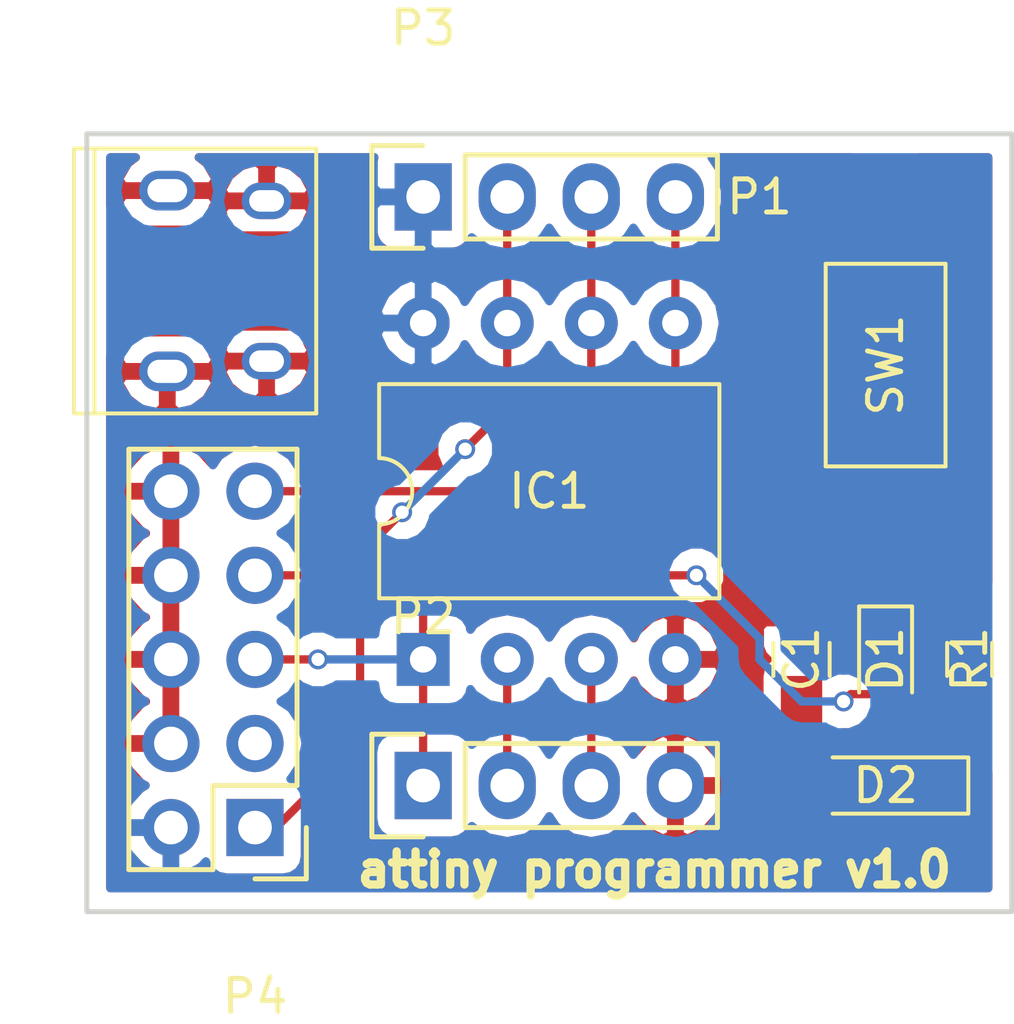
<source format=kicad_pcb>
(kicad_pcb (version 4) (host pcbnew 4.0.5+dfsg1-4)

  (general
    (links 33)
    (no_connects 5)
    (area 133.274999 135.179999 161.365001 158.825001)
    (thickness 1.6)
    (drawings 5)
    (tracks 47)
    (zones 0)
    (modules 10)
    (nets 15)
  )

  (page A4)
  (layers
    (0 F.Cu signal)
    (31 B.Cu signal)
    (32 B.Adhes user)
    (33 F.Adhes user)
    (34 B.Paste user)
    (35 F.Paste user)
    (36 B.SilkS user)
    (37 F.SilkS user)
    (38 B.Mask user)
    (39 F.Mask user)
    (40 Dwgs.User user)
    (41 Cmts.User user)
    (42 Eco1.User user)
    (43 Eco2.User user)
    (44 Edge.Cuts user)
    (45 Margin user)
    (46 B.CrtYd user)
    (47 F.CrtYd user)
    (48 B.Fab user)
    (49 F.Fab user)
  )

  (setup
    (last_trace_width 0.25)
    (trace_clearance 0.2)
    (zone_clearance 0.508)
    (zone_45_only no)
    (trace_min 0.2)
    (segment_width 0.2)
    (edge_width 0.15)
    (via_size 0.6)
    (via_drill 0.4)
    (via_min_size 0.4)
    (via_min_drill 0.3)
    (uvia_size 0.3)
    (uvia_drill 0.1)
    (uvias_allowed no)
    (uvia_min_size 0.2)
    (uvia_min_drill 0.1)
    (pcb_text_width 0.3)
    (pcb_text_size 1.5 1.5)
    (mod_edge_width 0.15)
    (mod_text_size 1 1)
    (mod_text_width 0.15)
    (pad_size 1.524 1.524)
    (pad_drill 0.762)
    (pad_to_mask_clearance 0.2)
    (aux_axis_origin 0 0)
    (visible_elements FFFFFF7F)
    (pcbplotparams
      (layerselection 0x00030_80000001)
      (usegerberextensions false)
      (excludeedgelayer true)
      (linewidth 0.100000)
      (plotframeref false)
      (viasonmask false)
      (mode 1)
      (useauxorigin false)
      (hpglpennumber 1)
      (hpglpenspeed 20)
      (hpglpendiameter 15)
      (hpglpenoverlay 2)
      (psnegative false)
      (psa4output false)
      (plotreference true)
      (plotvalue true)
      (plotinvisibletext false)
      (padsonsilk false)
      (subtractmaskfromsilk false)
      (outputformat 1)
      (mirror false)
      (drillshape 1)
      (scaleselection 1)
      (outputdirectory ""))
  )

  (net 0 "")
  (net 1 +5V)
  (net 2 GND)
  (net 3 "Net-(D1-Pad1)")
  (net 4 /PB5)
  (net 5 "Net-(D2-Pad1)")
  (net 6 /PB0)
  (net 7 /PB3)
  (net 8 /PB1)
  (net 9 /PB4)
  (net 10 /PB2)
  (net 11 "Net-(P1-Pad2)")
  (net 12 "Net-(P1-Pad3)")
  (net 13 "Net-(P1-Pad4)")
  (net 14 "Net-(P4-Pad3)")

  (net_class Default "This is the default net class."
    (clearance 0.2)
    (trace_width 0.25)
    (via_dia 0.6)
    (via_drill 0.4)
    (uvia_dia 0.3)
    (uvia_drill 0.1)
    (add_net +5V)
    (add_net /PB0)
    (add_net /PB1)
    (add_net /PB2)
    (add_net /PB3)
    (add_net /PB4)
    (add_net /PB5)
    (add_net GND)
    (add_net "Net-(D1-Pad1)")
    (add_net "Net-(D2-Pad1)")
    (add_net "Net-(P1-Pad2)")
    (add_net "Net-(P1-Pad3)")
    (add_net "Net-(P1-Pad4)")
    (add_net "Net-(P4-Pad3)")
  )

  (module Capacitors_SMD:C_0805_HandSoldering (layer F.Cu) (tedit 5A612036) (tstamp 5A6113FD)
    (at 154.94 151.13 90)
    (descr "Capacitor SMD 0805, hand soldering")
    (tags "capacitor 0805")
    (path /5A5E4C32)
    (attr smd)
    (fp_text reference C1 (at 0 0 90) (layer F.SilkS)
      (effects (font (size 1 1) (thickness 0.15)))
    )
    (fp_text value 22p (at 0 1.75 90) (layer F.Fab)
      (effects (font (size 1 1) (thickness 0.15)))
    )
    (fp_text user %R (at 0 -1.75 90) (layer F.Fab)
      (effects (font (size 1 1) (thickness 0.15)))
    )
    (fp_line (start -1 0.62) (end -1 -0.62) (layer F.Fab) (width 0.1))
    (fp_line (start 1 0.62) (end -1 0.62) (layer F.Fab) (width 0.1))
    (fp_line (start 1 -0.62) (end 1 0.62) (layer F.Fab) (width 0.1))
    (fp_line (start -1 -0.62) (end 1 -0.62) (layer F.Fab) (width 0.1))
    (fp_line (start 0.5 -0.85) (end -0.5 -0.85) (layer F.SilkS) (width 0.12))
    (fp_line (start -0.5 0.85) (end 0.5 0.85) (layer F.SilkS) (width 0.12))
    (fp_line (start -2.25 -0.88) (end 2.25 -0.88) (layer F.CrtYd) (width 0.05))
    (fp_line (start -2.25 -0.88) (end -2.25 0.87) (layer F.CrtYd) (width 0.05))
    (fp_line (start 2.25 0.87) (end 2.25 -0.88) (layer F.CrtYd) (width 0.05))
    (fp_line (start 2.25 0.87) (end -2.25 0.87) (layer F.CrtYd) (width 0.05))
    (pad 1 smd rect (at -1.25 0 90) (size 1.5 1.25) (layers F.Cu F.Paste F.Mask)
      (net 1 +5V))
    (pad 2 smd rect (at 1.25 0 90) (size 1.5 1.25) (layers F.Cu F.Paste F.Mask)
      (net 2 GND))
    (model Capacitors_SMD.3dshapes/C_0805.wrl
      (at (xyz 0 0 0))
      (scale (xyz 1 1 1))
      (rotate (xyz 0 0 0))
    )
  )

  (module Diodes_SMD:D_0805 (layer F.Cu) (tedit 5A6120EC) (tstamp 5A611403)
    (at 157.48 151.13 270)
    (descr "Diode SMD in 0805 package http://datasheets.avx.com/schottky.pdf")
    (tags "smd diode")
    (path /5A5ED42B)
    (attr smd)
    (fp_text reference D1 (at 0 0 270) (layer F.SilkS)
      (effects (font (size 1 1) (thickness 0.15)))
    )
    (fp_text value D (at 0 1.7 270) (layer F.Fab)
      (effects (font (size 1 1) (thickness 0.15)))
    )
    (fp_text user "" (at 0 0 270) (layer F.Fab)
      (effects (font (size 1 1) (thickness 0.15)))
    )
    (fp_line (start -1.6 -0.8) (end -1.6 0.8) (layer F.SilkS) (width 0.12))
    (fp_line (start -1.7 0.88) (end -1.7 -0.88) (layer F.CrtYd) (width 0.05))
    (fp_line (start 1.7 0.88) (end -1.7 0.88) (layer F.CrtYd) (width 0.05))
    (fp_line (start 1.7 -0.88) (end 1.7 0.88) (layer F.CrtYd) (width 0.05))
    (fp_line (start -1.7 -0.88) (end 1.7 -0.88) (layer F.CrtYd) (width 0.05))
    (fp_line (start 0.2 0) (end 0.4 0) (layer F.Fab) (width 0.1))
    (fp_line (start -0.1 0) (end -0.3 0) (layer F.Fab) (width 0.1))
    (fp_line (start -0.1 -0.2) (end -0.1 0.2) (layer F.Fab) (width 0.1))
    (fp_line (start 0.2 0.2) (end 0.2 -0.2) (layer F.Fab) (width 0.1))
    (fp_line (start -0.1 0) (end 0.2 0.2) (layer F.Fab) (width 0.1))
    (fp_line (start 0.2 -0.2) (end -0.1 0) (layer F.Fab) (width 0.1))
    (fp_line (start -1 0.65) (end -1 -0.65) (layer F.Fab) (width 0.1))
    (fp_line (start 1 0.65) (end -1 0.65) (layer F.Fab) (width 0.1))
    (fp_line (start 1 -0.65) (end 1 0.65) (layer F.Fab) (width 0.1))
    (fp_line (start -1 -0.65) (end 1 -0.65) (layer F.Fab) (width 0.1))
    (fp_line (start -1.6 0.8) (end 1 0.8) (layer F.SilkS) (width 0.12))
    (fp_line (start -1.6 -0.8) (end 1 -0.8) (layer F.SilkS) (width 0.12))
    (pad 1 smd rect (at -1.05 0 270) (size 0.8 0.9) (layers F.Cu F.Paste F.Mask)
      (net 3 "Net-(D1-Pad1)"))
    (pad 2 smd rect (at 1.05 0 270) (size 0.8 0.9) (layers F.Cu F.Paste F.Mask)
      (net 4 /PB5))
    (model ${KISYS3DMOD}/Diodes_SMD.3dshapes/D_0805.wrl
      (at (xyz 0 0 0))
      (scale (xyz 1 1 1))
      (rotate (xyz 0 0 0))
    )
  )

  (module LEDs:LED_1206 (layer F.Cu) (tedit 5A61207A) (tstamp 5A611409)
    (at 157.48 154.94 180)
    (descr "LED 1206 smd package")
    (tags "LED led 1206 SMD smd SMT smt smdled SMDLED smtled SMTLED")
    (path /5A5ECBC0)
    (attr smd)
    (fp_text reference D2 (at 0 0 180) (layer F.SilkS)
      (effects (font (size 1 1) (thickness 0.15)))
    )
    (fp_text value LED (at 0 1.7 180) (layer F.Fab)
      (effects (font (size 1 1) (thickness 0.15)))
    )
    (fp_line (start -2.5 -0.85) (end -2.5 0.85) (layer F.SilkS) (width 0.12))
    (fp_line (start -0.45 -0.4) (end -0.45 0.4) (layer F.Fab) (width 0.1))
    (fp_line (start -0.4 0) (end 0.2 -0.4) (layer F.Fab) (width 0.1))
    (fp_line (start 0.2 0.4) (end -0.4 0) (layer F.Fab) (width 0.1))
    (fp_line (start 0.2 -0.4) (end 0.2 0.4) (layer F.Fab) (width 0.1))
    (fp_line (start 1.6 0.8) (end -1.6 0.8) (layer F.Fab) (width 0.1))
    (fp_line (start 1.6 -0.8) (end 1.6 0.8) (layer F.Fab) (width 0.1))
    (fp_line (start -1.6 -0.8) (end 1.6 -0.8) (layer F.Fab) (width 0.1))
    (fp_line (start -1.6 0.8) (end -1.6 -0.8) (layer F.Fab) (width 0.1))
    (fp_line (start -2.45 0.85) (end 1.6 0.85) (layer F.SilkS) (width 0.12))
    (fp_line (start -2.45 -0.85) (end 1.6 -0.85) (layer F.SilkS) (width 0.12))
    (fp_line (start 2.65 -1) (end 2.65 1) (layer F.CrtYd) (width 0.05))
    (fp_line (start 2.65 1) (end -2.65 1) (layer F.CrtYd) (width 0.05))
    (fp_line (start -2.65 1) (end -2.65 -1) (layer F.CrtYd) (width 0.05))
    (fp_line (start -2.65 -1) (end 2.65 -1) (layer F.CrtYd) (width 0.05))
    (pad 2 smd rect (at 1.65 0) (size 1.5 1.5) (layers F.Cu F.Paste F.Mask)
      (net 1 +5V))
    (pad 1 smd rect (at -1.65 0) (size 1.5 1.5) (layers F.Cu F.Paste F.Mask)
      (net 5 "Net-(D2-Pad1)"))
    (model ${KISYS3DMOD}/LEDs.3dshapes/LED_1206.wrl
      (at (xyz 0 0 0))
      (scale (xyz 1 1 1))
      (rotate (xyz 0 0 180))
    )
  )

  (module Housings_DIP:DIP-8_W10.16mm (layer F.Cu) (tedit 5A612144) (tstamp 5A611415)
    (at 143.51 151.13 90)
    (descr "8-lead though-hole mounted DIP package, row spacing 10.16 mm (400 mils)")
    (tags "THT DIP DIL PDIP 2.54mm 10.16mm 400mil")
    (path /5A5E2586)
    (fp_text reference IC1 (at 5.08 3.81 180) (layer F.SilkS)
      (effects (font (size 1 1) (thickness 0.15)))
    )
    (fp_text value ATTINY85-P (at 5.08 9.95 90) (layer F.Fab)
      (effects (font (size 1 1) (thickness 0.15)))
    )
    (fp_arc (start 5.08 -1.33) (end 4.08 -1.33) (angle -180) (layer F.SilkS) (width 0.12))
    (fp_line (start 2.905 -1.27) (end 8.255 -1.27) (layer F.Fab) (width 0.1))
    (fp_line (start 8.255 -1.27) (end 8.255 8.89) (layer F.Fab) (width 0.1))
    (fp_line (start 8.255 8.89) (end 1.905 8.89) (layer F.Fab) (width 0.1))
    (fp_line (start 1.905 8.89) (end 1.905 -0.27) (layer F.Fab) (width 0.1))
    (fp_line (start 1.905 -0.27) (end 2.905 -1.27) (layer F.Fab) (width 0.1))
    (fp_line (start 4.08 -1.33) (end 1.845 -1.33) (layer F.SilkS) (width 0.12))
    (fp_line (start 1.845 -1.33) (end 1.845 8.95) (layer F.SilkS) (width 0.12))
    (fp_line (start 1.845 8.95) (end 8.315 8.95) (layer F.SilkS) (width 0.12))
    (fp_line (start 8.315 8.95) (end 8.315 -1.33) (layer F.SilkS) (width 0.12))
    (fp_line (start 8.315 -1.33) (end 6.08 -1.33) (layer F.SilkS) (width 0.12))
    (fp_line (start -1.05 -1.55) (end -1.05 9.15) (layer F.CrtYd) (width 0.05))
    (fp_line (start -1.05 9.15) (end 11.25 9.15) (layer F.CrtYd) (width 0.05))
    (fp_line (start 11.25 9.15) (end 11.25 -1.55) (layer F.CrtYd) (width 0.05))
    (fp_line (start 11.25 -1.55) (end -1.05 -1.55) (layer F.CrtYd) (width 0.05))
    (fp_text user "" (at 5.08 3.81 90) (layer F.Fab)
      (effects (font (size 1 1) (thickness 0.15)))
    )
    (pad 1 thru_hole rect (at 0 0 90) (size 1.6 1.6) (drill 0.8) (layers *.Cu *.Mask)
      (net 4 /PB5))
    (pad 5 thru_hole oval (at 10.16 7.62 90) (size 1.6 1.6) (drill 0.8) (layers *.Cu *.Mask)
      (net 6 /PB0))
    (pad 2 thru_hole oval (at 0 2.54 90) (size 1.6 1.6) (drill 0.8) (layers *.Cu *.Mask)
      (net 7 /PB3))
    (pad 6 thru_hole oval (at 10.16 5.08 90) (size 1.6 1.6) (drill 0.8) (layers *.Cu *.Mask)
      (net 8 /PB1))
    (pad 3 thru_hole oval (at 0 5.08 90) (size 1.6 1.6) (drill 0.8) (layers *.Cu *.Mask)
      (net 9 /PB4))
    (pad 7 thru_hole oval (at 10.16 2.54 90) (size 1.6 1.6) (drill 0.8) (layers *.Cu *.Mask)
      (net 10 /PB2))
    (pad 4 thru_hole oval (at 0 7.62 90) (size 1.6 1.6) (drill 0.8) (layers *.Cu *.Mask)
      (net 2 GND))
    (pad 8 thru_hole oval (at 10.16 0 90) (size 1.6 1.6) (drill 0.8) (layers *.Cu *.Mask)
      (net 1 +5V))
    (model ${KISYS3DMOD}/Housings_DIP.3dshapes/DIP-8_W10.16mm.wrl
      (at (xyz 0 0 0))
      (scale (xyz 1 1 1))
      (rotate (xyz 0 0 0))
    )
  )

  (module Connectors:USB_Micro-B_10103594-0001LF (layer F.Cu) (tedit 5A61212E) (tstamp 5A611424)
    (at 137.16 139.7 270)
    (descr "Micro USB Type B 10103594-0001LF")
    (tags "USB USB_B USB_micro USB_OTG")
    (path /5A5E2F8E)
    (attr smd)
    (fp_text reference P1 (at -2.54 -16.51 360) (layer F.SilkS)
      (effects (font (size 1 1) (thickness 0.15)))
    )
    (fp_text value "" (at 0 6.17 270) (layer F.Fab)
      (effects (font (size 1 1) (thickness 0.15)))
    )
    (fp_line (start -4.25 -3.4) (end 4.25 -3.4) (layer F.CrtYd) (width 0.05))
    (fp_line (start 4.25 -3.4) (end 4.25 4.45) (layer F.CrtYd) (width 0.05))
    (fp_line (start 4.25 4.45) (end -4.25 4.45) (layer F.CrtYd) (width 0.05))
    (fp_line (start -4.25 4.45) (end -4.25 -3.4) (layer F.CrtYd) (width 0.05))
    (fp_line (start -4 4.2) (end 4 4.2) (layer F.SilkS) (width 0.12))
    (fp_line (start -4 -3.12) (end 4 -3.12) (layer F.SilkS) (width 0.12))
    (fp_line (start 4 -3.12) (end 4 4.2) (layer F.SilkS) (width 0.12))
    (fp_line (start 4 3.58) (end -4 3.58) (layer F.SilkS) (width 0.12))
    (fp_line (start -4 4.2) (end -4 -3.12) (layer F.SilkS) (width 0.12))
    (pad 1 smd rect (at -1.3 -1.5) (size 1.65 0.4) (layers F.Cu F.Paste F.Mask)
      (net 1 +5V))
    (pad 2 smd rect (at -0.65 -1.5) (size 1.65 0.4) (layers F.Cu F.Paste F.Mask)
      (net 11 "Net-(P1-Pad2)"))
    (pad 3 smd rect (at 0 -1.5) (size 1.65 0.4) (layers F.Cu F.Paste F.Mask)
      (net 12 "Net-(P1-Pad3)"))
    (pad 4 smd rect (at 0.65 -1.5) (size 1.65 0.4) (layers F.Cu F.Paste F.Mask)
      (net 13 "Net-(P1-Pad4)"))
    (pad 5 smd rect (at 1.3 -1.5) (size 1.65 0.4) (layers F.Cu F.Paste F.Mask)
      (net 2 GND))
    (pad 6 thru_hole oval (at -2.42 -1.62) (size 1.5 1.1) (drill oval 1.05 0.65) (layers *.Cu *.Mask)
      (net 2 GND))
    (pad 6 thru_hole oval (at 2.42 -1.62) (size 1.5 1.1) (drill oval 1.05 0.65) (layers *.Cu *.Mask)
      (net 2 GND))
    (pad 6 thru_hole oval (at -2.73 1.38) (size 1.7 1.2) (drill oval 1.2 0.7) (layers *.Cu *.Mask)
      (net 2 GND))
    (pad 6 thru_hole oval (at 2.73 1.38) (size 1.7 1.2) (drill oval 1.2 0.7) (layers *.Cu *.Mask)
      (net 2 GND))
    (pad 6 smd rect (at -0.96 1.62) (size 2.5 1.43) (layers F.Cu F.Paste F.Mask)
      (net 2 GND))
    (pad 6 smd rect (at 0.96 1.62) (size 2.5 1.43) (layers F.Cu F.Paste F.Mask)
      (net 2 GND))
  )

  (module Socket_Strips:Socket_Strip_Straight_1x04 (layer F.Cu) (tedit 5A6117F2) (tstamp 5A61142C)
    (at 143.51 154.94)
    (descr "Through hole socket strip")
    (tags "socket strip")
    (path /5A5E265D)
    (fp_text reference P2 (at 0 -5.1) (layer F.SilkS)
      (effects (font (size 1 1) (thickness 0.15)))
    )
    (fp_text value "" (at 0 -3.1) (layer F.Fab)
      (effects (font (size 1 1) (thickness 0.15)))
    )
    (fp_line (start -1.75 -1.75) (end -1.75 1.75) (layer F.CrtYd) (width 0.05))
    (fp_line (start 9.4 -1.75) (end 9.4 1.75) (layer F.CrtYd) (width 0.05))
    (fp_line (start -1.75 -1.75) (end 9.4 -1.75) (layer F.CrtYd) (width 0.05))
    (fp_line (start -1.75 1.75) (end 9.4 1.75) (layer F.CrtYd) (width 0.05))
    (fp_line (start 1.27 -1.27) (end 8.89 -1.27) (layer F.SilkS) (width 0.15))
    (fp_line (start 1.27 1.27) (end 8.89 1.27) (layer F.SilkS) (width 0.15))
    (fp_line (start -1.55 1.55) (end 0 1.55) (layer F.SilkS) (width 0.15))
    (fp_line (start 8.89 -1.27) (end 8.89 1.27) (layer F.SilkS) (width 0.15))
    (fp_line (start 1.27 1.27) (end 1.27 -1.27) (layer F.SilkS) (width 0.15))
    (fp_line (start 0 -1.55) (end -1.55 -1.55) (layer F.SilkS) (width 0.15))
    (fp_line (start -1.55 -1.55) (end -1.55 1.55) (layer F.SilkS) (width 0.15))
    (pad 1 thru_hole rect (at 0 0) (size 1.7272 2.032) (drill 1.016) (layers *.Cu *.Mask)
      (net 4 /PB5))
    (pad 2 thru_hole oval (at 2.54 0) (size 1.7272 2.032) (drill 1.016) (layers *.Cu *.Mask)
      (net 7 /PB3))
    (pad 3 thru_hole oval (at 5.08 0) (size 1.7272 2.032) (drill 1.016) (layers *.Cu *.Mask)
      (net 9 /PB4))
    (pad 4 thru_hole oval (at 7.62 0) (size 1.7272 2.032) (drill 1.016) (layers *.Cu *.Mask)
      (net 2 GND))
    (model Socket_Strips.3dshapes/Socket_Strip_Straight_1x04.wrl
      (at (xyz 0.15 0 0))
      (scale (xyz 1 1 1))
      (rotate (xyz 0 0 180))
    )
  )

  (module Socket_Strips:Socket_Strip_Straight_1x04 (layer F.Cu) (tedit 5A6117FB) (tstamp 5A611434)
    (at 143.51 137.16)
    (descr "Through hole socket strip")
    (tags "socket strip")
    (path /5A5E26D0)
    (fp_text reference P3 (at 0 -5.1) (layer F.SilkS)
      (effects (font (size 1 1) (thickness 0.15)))
    )
    (fp_text value "" (at 0 -3.1) (layer F.Fab)
      (effects (font (size 1 1) (thickness 0.15)))
    )
    (fp_line (start -1.75 -1.75) (end -1.75 1.75) (layer F.CrtYd) (width 0.05))
    (fp_line (start 9.4 -1.75) (end 9.4 1.75) (layer F.CrtYd) (width 0.05))
    (fp_line (start -1.75 -1.75) (end 9.4 -1.75) (layer F.CrtYd) (width 0.05))
    (fp_line (start -1.75 1.75) (end 9.4 1.75) (layer F.CrtYd) (width 0.05))
    (fp_line (start 1.27 -1.27) (end 8.89 -1.27) (layer F.SilkS) (width 0.15))
    (fp_line (start 1.27 1.27) (end 8.89 1.27) (layer F.SilkS) (width 0.15))
    (fp_line (start -1.55 1.55) (end 0 1.55) (layer F.SilkS) (width 0.15))
    (fp_line (start 8.89 -1.27) (end 8.89 1.27) (layer F.SilkS) (width 0.15))
    (fp_line (start 1.27 1.27) (end 1.27 -1.27) (layer F.SilkS) (width 0.15))
    (fp_line (start 0 -1.55) (end -1.55 -1.55) (layer F.SilkS) (width 0.15))
    (fp_line (start -1.55 -1.55) (end -1.55 1.55) (layer F.SilkS) (width 0.15))
    (pad 1 thru_hole rect (at 0 0) (size 1.7272 2.032) (drill 1.016) (layers *.Cu *.Mask)
      (net 1 +5V))
    (pad 2 thru_hole oval (at 2.54 0) (size 1.7272 2.032) (drill 1.016) (layers *.Cu *.Mask)
      (net 10 /PB2))
    (pad 3 thru_hole oval (at 5.08 0) (size 1.7272 2.032) (drill 1.016) (layers *.Cu *.Mask)
      (net 8 /PB1))
    (pad 4 thru_hole oval (at 7.62 0) (size 1.7272 2.032) (drill 1.016) (layers *.Cu *.Mask)
      (net 6 /PB0))
    (model Socket_Strips.3dshapes/Socket_Strip_Straight_1x04.wrl
      (at (xyz 0.15 0 0))
      (scale (xyz 1 1 1))
      (rotate (xyz 0 0 180))
    )
  )

  (module Pin_Headers:Pin_Header_Straight_2x05 (layer F.Cu) (tedit 0) (tstamp 5A611442)
    (at 138.43 156.21 180)
    (descr "Through hole pin header")
    (tags "pin header")
    (path /5A5E2E02)
    (fp_text reference P4 (at 0 -5.1 180) (layer F.SilkS)
      (effects (font (size 1 1) (thickness 0.15)))
    )
    (fp_text value USBasp (at 0 -3.1 180) (layer F.Fab)
      (effects (font (size 1 1) (thickness 0.15)))
    )
    (fp_line (start -1.75 -1.75) (end -1.75 11.95) (layer F.CrtYd) (width 0.05))
    (fp_line (start 4.3 -1.75) (end 4.3 11.95) (layer F.CrtYd) (width 0.05))
    (fp_line (start -1.75 -1.75) (end 4.3 -1.75) (layer F.CrtYd) (width 0.05))
    (fp_line (start -1.75 11.95) (end 4.3 11.95) (layer F.CrtYd) (width 0.05))
    (fp_line (start 3.81 -1.27) (end 3.81 11.43) (layer F.SilkS) (width 0.15))
    (fp_line (start 3.81 11.43) (end -1.27 11.43) (layer F.SilkS) (width 0.15))
    (fp_line (start -1.27 11.43) (end -1.27 1.27) (layer F.SilkS) (width 0.15))
    (fp_line (start 3.81 -1.27) (end 1.27 -1.27) (layer F.SilkS) (width 0.15))
    (fp_line (start 0 -1.55) (end -1.55 -1.55) (layer F.SilkS) (width 0.15))
    (fp_line (start 1.27 -1.27) (end 1.27 1.27) (layer F.SilkS) (width 0.15))
    (fp_line (start 1.27 1.27) (end -1.27 1.27) (layer F.SilkS) (width 0.15))
    (fp_line (start -1.55 -1.55) (end -1.55 0) (layer F.SilkS) (width 0.15))
    (pad 1 thru_hole rect (at 0 0 180) (size 1.7272 1.7272) (drill 1.016) (layers *.Cu *.Mask)
      (net 6 /PB0))
    (pad 2 thru_hole oval (at 2.54 0 180) (size 1.7272 1.7272) (drill 1.016) (layers *.Cu *.Mask)
      (net 1 +5V))
    (pad 3 thru_hole oval (at 0 2.54 180) (size 1.7272 1.7272) (drill 1.016) (layers *.Cu *.Mask)
      (net 14 "Net-(P4-Pad3)"))
    (pad 4 thru_hole oval (at 2.54 2.54 180) (size 1.7272 1.7272) (drill 1.016) (layers *.Cu *.Mask)
      (net 2 GND))
    (pad 5 thru_hole oval (at 0 5.08 180) (size 1.7272 1.7272) (drill 1.016) (layers *.Cu *.Mask)
      (net 4 /PB5))
    (pad 6 thru_hole oval (at 2.54 5.08 180) (size 1.7272 1.7272) (drill 1.016) (layers *.Cu *.Mask)
      (net 2 GND))
    (pad 7 thru_hole oval (at 0 7.62 180) (size 1.7272 1.7272) (drill 1.016) (layers *.Cu *.Mask)
      (net 10 /PB2))
    (pad 8 thru_hole oval (at 2.54 7.62 180) (size 1.7272 1.7272) (drill 1.016) (layers *.Cu *.Mask)
      (net 2 GND))
    (pad 9 thru_hole oval (at 0 10.16 180) (size 1.7272 1.7272) (drill 1.016) (layers *.Cu *.Mask)
      (net 8 /PB1))
    (pad 10 thru_hole oval (at 2.54 10.16 180) (size 1.7272 1.7272) (drill 1.016) (layers *.Cu *.Mask)
      (net 2 GND))
    (model Pin_Headers.3dshapes/Pin_Header_Straight_2x05.wrl
      (at (xyz 0.05 -0.2 0))
      (scale (xyz 1 1 1))
      (rotate (xyz 0 0 90))
    )
  )

  (module Resistors_SMD:R_0603_HandSoldering (layer F.Cu) (tedit 5A61205B) (tstamp 5A611448)
    (at 160.02 151.13 270)
    (descr "Resistor SMD 0603, hand soldering")
    (tags "resistor 0603")
    (path /5A5ECBE7)
    (attr smd)
    (fp_text reference R1 (at 0 0 270) (layer F.SilkS)
      (effects (font (size 1 1) (thickness 0.15)))
    )
    (fp_text value 200 (at -3.81 0 270) (layer F.Fab)
      (effects (font (size 1 1) (thickness 0.15)))
    )
    (fp_text user %R (at 0 0 270) (layer F.Fab)
      (effects (font (size 0.4 0.4) (thickness 0.075)))
    )
    (fp_line (start -0.8 0.4) (end -0.8 -0.4) (layer F.Fab) (width 0.1))
    (fp_line (start 0.8 0.4) (end -0.8 0.4) (layer F.Fab) (width 0.1))
    (fp_line (start 0.8 -0.4) (end 0.8 0.4) (layer F.Fab) (width 0.1))
    (fp_line (start -0.8 -0.4) (end 0.8 -0.4) (layer F.Fab) (width 0.1))
    (fp_line (start 0.5 0.68) (end -0.5 0.68) (layer F.SilkS) (width 0.12))
    (fp_line (start -0.5 -0.68) (end 0.5 -0.68) (layer F.SilkS) (width 0.12))
    (fp_line (start -1.96 -0.7) (end 1.95 -0.7) (layer F.CrtYd) (width 0.05))
    (fp_line (start -1.96 -0.7) (end -1.96 0.7) (layer F.CrtYd) (width 0.05))
    (fp_line (start 1.95 0.7) (end 1.95 -0.7) (layer F.CrtYd) (width 0.05))
    (fp_line (start 1.95 0.7) (end -1.96 0.7) (layer F.CrtYd) (width 0.05))
    (pad 1 smd rect (at -1.1 0 270) (size 1.2 0.9) (layers F.Cu F.Paste F.Mask)
      (net 3 "Net-(D1-Pad1)"))
    (pad 2 smd rect (at 1.1 0 270) (size 1.2 0.9) (layers F.Cu F.Paste F.Mask)
      (net 5 "Net-(D2-Pad1)"))
    (model ${KISYS3DMOD}/Resistors_SMD.3dshapes/R_0603.wrl
      (at (xyz 0 0 0))
      (scale (xyz 1 1 1))
      (rotate (xyz 0 0 0))
    )
  )

  (module Buttons_Switches_SMD:SW_SPST_FSMSM (layer F.Cu) (tedit 5A61209B) (tstamp 5A61144E)
    (at 157.48 142.24 90)
    (descr http://www.te.com/commerce/DocumentDelivery/DDEController?Action=srchrtrv&DocNm=1437566-3&DocType=Customer+Drawing&DocLang=English)
    (tags "SPST button tactile switch")
    (path /5A5E2E57)
    (attr smd)
    (fp_text reference SW1 (at 0 0 90) (layer F.SilkS)
      (effects (font (size 1 1) (thickness 0.15)))
    )
    (fp_text value "" (at 0 3 90) (layer F.Fab)
      (effects (font (size 1 1) (thickness 0.15)))
    )
    (fp_text user %R (at 0 0 90) (layer F.Fab)
      (effects (font (size 1 1) (thickness 0.15)))
    )
    (fp_line (start -1.75 -1) (end 1.75 -1) (layer F.Fab) (width 0.1))
    (fp_line (start 1.75 -1) (end 1.75 1) (layer F.Fab) (width 0.1))
    (fp_line (start 1.75 1) (end -1.75 1) (layer F.Fab) (width 0.1))
    (fp_line (start -1.75 1) (end -1.75 -1) (layer F.Fab) (width 0.1))
    (fp_line (start -3.06 -1.81) (end 3.06 -1.81) (layer F.SilkS) (width 0.12))
    (fp_line (start 3.06 -1.81) (end 3.06 1.81) (layer F.SilkS) (width 0.12))
    (fp_line (start 3.06 1.81) (end -3.06 1.81) (layer F.SilkS) (width 0.12))
    (fp_line (start -3.06 1.81) (end -3.06 -1.81) (layer F.SilkS) (width 0.12))
    (fp_line (start -1.5 0.8) (end 1.5 0.8) (layer F.Fab) (width 0.1))
    (fp_line (start -1.5 -0.8) (end 1.5 -0.8) (layer F.Fab) (width 0.1))
    (fp_line (start 1.5 -0.8) (end 1.5 0.8) (layer F.Fab) (width 0.1))
    (fp_line (start -1.5 -0.8) (end -1.5 0.8) (layer F.Fab) (width 0.1))
    (fp_line (start -5.95 2) (end 5.95 2) (layer F.CrtYd) (width 0.05))
    (fp_line (start 5.95 -2) (end 5.95 2) (layer F.CrtYd) (width 0.05))
    (fp_line (start -3 1.75) (end 3 1.75) (layer F.Fab) (width 0.1))
    (fp_line (start -3 -1.75) (end 3 -1.75) (layer F.Fab) (width 0.1))
    (fp_line (start -3 -1.75) (end -3 1.75) (layer F.Fab) (width 0.1))
    (fp_line (start 3 -1.75) (end 3 1.75) (layer F.Fab) (width 0.1))
    (fp_line (start -5.95 -2) (end -5.95 2) (layer F.CrtYd) (width 0.05))
    (fp_line (start -5.95 -2) (end 5.95 -2) (layer F.CrtYd) (width 0.05))
    (pad 1 smd rect (at -4.59 0 90) (size 2.18 1.6) (layers F.Cu F.Paste F.Mask)
      (net 3 "Net-(D1-Pad1)"))
    (pad 2 smd rect (at 4.59 0 90) (size 2.18 1.6) (layers F.Cu F.Paste F.Mask)
      (net 2 GND))
    (model ${KISYS3DMOD}/Buttons_Switches_SMD.3dshapes/SW_SPST_FSMSM.wrl
      (at (xyz 0 0 0))
      (scale (xyz 1 1 1))
      (rotate (xyz 0 0 0))
    )
  )

  (gr_text "attiny programmer v1.0\n" (at 150.495 157.48) (layer F.SilkS)
    (effects (font (size 1 1) (thickness 0.25)))
  )
  (gr_line (start 161.29 135.255) (end 133.35 135.255) (angle 90) (layer Edge.Cuts) (width 0.15))
  (gr_line (start 161.29 158.75) (end 161.29 135.255) (angle 90) (layer Edge.Cuts) (width 0.15))
  (gr_line (start 133.35 158.75) (end 161.29 158.75) (angle 90) (layer Edge.Cuts) (width 0.15))
  (gr_line (start 133.35 135.255) (end 133.35 158.75) (angle 90) (layer Edge.Cuts) (width 0.15))

  (segment (start 135.89 156.21) (end 135.255 156.21) (width 0.25) (layer F.Cu) (net 1))
  (segment (start 135.89 156.21) (end 135.89 156.845) (width 0.25) (layer F.Cu) (net 1))
  (segment (start 155.83 155.32) (end 155.83 154.94) (width 0.25) (layer F.Cu) (net 1) (tstamp 5A611D86))
  (segment (start 151.13 151.13) (end 151.13 154.94) (width 0.25) (layer F.Cu) (net 2))
  (segment (start 157.48 146.83) (end 157.48 150.08) (width 0.25) (layer F.Cu) (net 3))
  (segment (start 157.48 150.08) (end 159.97 150.08) (width 0.25) (layer F.Cu) (net 3))
  (segment (start 159.97 150.08) (end 160.02 150.03) (width 0.25) (layer F.Cu) (net 3) (tstamp 5A611A70))
  (segment (start 143.51 151.13) (end 143.51 149.225) (width 0.25) (layer F.Cu) (net 4))
  (segment (start 156.43 152.18) (end 157.48 152.18) (width 0.25) (layer F.Cu) (net 4) (tstamp 5A612022))
  (segment (start 156.21 152.4) (end 156.43 152.18) (width 0.25) (layer F.Cu) (net 4) (tstamp 5A612021))
  (via (at 156.21 152.4) (size 0.6) (drill 0.4) (layers F.Cu B.Cu) (net 4))
  (segment (start 154.94 152.4) (end 156.21 152.4) (width 0.25) (layer B.Cu) (net 4) (tstamp 5A61201B))
  (segment (start 153.67 151.13) (end 154.94 152.4) (width 0.25) (layer B.Cu) (net 4) (tstamp 5A612014))
  (segment (start 153.67 150.495) (end 153.67 151.13) (width 0.25) (layer B.Cu) (net 4) (tstamp 5A61200E))
  (segment (start 151.765 148.59) (end 153.67 150.495) (width 0.25) (layer B.Cu) (net 4) (tstamp 5A61200D))
  (via (at 151.765 148.59) (size 0.6) (drill 0.4) (layers F.Cu B.Cu) (net 4))
  (segment (start 144.145 148.59) (end 151.765 148.59) (width 0.25) (layer F.Cu) (net 4) (tstamp 5A612002))
  (segment (start 143.51 149.225) (end 144.145 148.59) (width 0.25) (layer F.Cu) (net 4) (tstamp 5A612000))
  (segment (start 138.43 151.13) (end 140.335 151.13) (width 0.25) (layer F.Cu) (net 4))
  (segment (start 140.335 151.13) (end 143.51 151.13) (width 0.25) (layer B.Cu) (net 4) (tstamp 5A611F42))
  (via (at 140.335 151.13) (size 0.6) (drill 0.4) (layers F.Cu B.Cu) (net 4))
  (segment (start 143.51 151.13) (end 143.51 154.94) (width 0.25) (layer F.Cu) (net 4))
  (segment (start 160.02 152.23) (end 160.02 154.05) (width 0.25) (layer F.Cu) (net 5))
  (segment (start 160.02 154.05) (end 159.13 154.94) (width 0.25) (layer F.Cu) (net 5) (tstamp 5A611A34))
  (segment (start 138.43 156.21) (end 139.065 156.21) (width 0.25) (layer F.Cu) (net 6))
  (segment (start 139.065 156.21) (end 141.605 153.67) (width 0.25) (layer F.Cu) (net 6) (tstamp 5A611A85))
  (segment (start 141.605 153.67) (end 141.605 149.86) (width 0.25) (layer F.Cu) (net 6) (tstamp 5A611A86))
  (segment (start 141.605 149.86) (end 143.51 147.955) (width 0.25) (layer F.Cu) (net 6) (tstamp 5A611A88))
  (segment (start 143.51 147.955) (end 149.86 147.955) (width 0.25) (layer F.Cu) (net 6) (tstamp 5A611A8A))
  (segment (start 149.86 147.955) (end 151.13 146.685) (width 0.25) (layer F.Cu) (net 6) (tstamp 5A611A8C))
  (segment (start 151.13 146.685) (end 151.13 140.97) (width 0.25) (layer F.Cu) (net 6) (tstamp 5A611A8D))
  (segment (start 151.13 137.16) (end 151.13 140.97) (width 0.25) (layer F.Cu) (net 6))
  (segment (start 146.05 151.13) (end 146.05 154.94) (width 0.25) (layer F.Cu) (net 7))
  (segment (start 138.43 146.05) (end 146.05 146.05) (width 0.25) (layer F.Cu) (net 8))
  (segment (start 148.59 143.51) (end 148.59 140.97) (width 0.25) (layer F.Cu) (net 8) (tstamp 5A611AC6))
  (segment (start 146.05 146.05) (end 148.59 143.51) (width 0.25) (layer F.Cu) (net 8) (tstamp 5A611AC1))
  (segment (start 148.59 137.16) (end 148.59 140.97) (width 0.25) (layer F.Cu) (net 8))
  (segment (start 148.59 151.13) (end 148.59 154.94) (width 0.25) (layer F.Cu) (net 9))
  (segment (start 138.43 148.59) (end 140.97 148.59) (width 0.25) (layer F.Cu) (net 10))
  (segment (start 146.05 143.51) (end 146.05 140.97) (width 0.25) (layer F.Cu) (net 10) (tstamp 5A611ADF))
  (segment (start 144.78 144.78) (end 146.05 143.51) (width 0.25) (layer F.Cu) (net 10) (tstamp 5A611ADE))
  (via (at 144.78 144.78) (size 0.6) (drill 0.4) (layers F.Cu B.Cu) (net 10))
  (segment (start 142.875 146.685) (end 144.78 144.78) (width 0.25) (layer B.Cu) (net 10) (tstamp 5A611AD7))
  (via (at 142.875 146.685) (size 0.6) (drill 0.4) (layers F.Cu B.Cu) (net 10))
  (segment (start 142.24 147.32) (end 142.875 146.685) (width 0.25) (layer F.Cu) (net 10) (tstamp 5A611AD4))
  (segment (start 140.97 148.59) (end 142.24 147.32) (width 0.25) (layer F.Cu) (net 10) (tstamp 5A611ACE))
  (segment (start 146.05 137.16) (end 146.05 140.97) (width 0.25) (layer F.Cu) (net 10))

  (zone (net 1) (net_name +5V) (layer B.Cu) (tstamp 5A6123BA) (hatch edge 0.508)
    (connect_pads (clearance 0.508))
    (min_thickness 0.254)
    (fill yes (arc_segments 16) (thermal_gap 0.508) (thermal_bridge_width 0.508))
    (polygon
      (pts
        (xy 161.29 158.75) (xy 133.35 158.75) (xy 133.35 135.255) (xy 161.29 135.255)
      )
    )
    (filled_polygon
      (pts
        (xy 134.62763 136.096723) (xy 134.359916 136.497386) (xy 134.265907 136.97) (xy 134.359916 137.442614) (xy 134.62763 137.843277)
        (xy 135.028293 138.110991) (xy 135.500907 138.205) (xy 136.059093 138.205) (xy 136.531707 138.110991) (xy 136.93237 137.843277)
        (xy 137.200084 137.442614) (xy 137.23243 137.28) (xy 137.367866 137.28) (xy 137.458069 137.73348) (xy 137.714944 138.117922)
        (xy 138.099386 138.374797) (xy 138.552866 138.465) (xy 139.007134 138.465) (xy 139.460614 138.374797) (xy 139.845056 138.117922)
        (xy 140.101931 137.73348) (xy 140.159164 137.44575) (xy 142.0114 137.44575) (xy 142.0114 138.30231) (xy 142.108073 138.535699)
        (xy 142.286702 138.714327) (xy 142.520091 138.811) (xy 143.22425 138.811) (xy 143.383 138.65225) (xy 143.383 137.287)
        (xy 142.17015 137.287) (xy 142.0114 137.44575) (xy 140.159164 137.44575) (xy 140.192134 137.28) (xy 140.101931 136.82652)
        (xy 139.845056 136.442078) (xy 139.460614 136.185203) (xy 139.007134 136.095) (xy 138.552866 136.095) (xy 138.099386 136.185203)
        (xy 137.714944 136.442078) (xy 137.458069 136.82652) (xy 137.367866 137.28) (xy 137.23243 137.28) (xy 137.294093 136.97)
        (xy 137.200084 136.497386) (xy 136.93237 136.096723) (xy 136.735232 135.965) (xy 142.033225 135.965) (xy 142.0114 136.01769)
        (xy 142.0114 136.87425) (xy 142.17015 137.033) (xy 143.383 137.033) (xy 143.383 137.013) (xy 143.637 137.013)
        (xy 143.637 137.033) (xy 143.657 137.033) (xy 143.657 137.287) (xy 143.637 137.287) (xy 143.637 138.65225)
        (xy 143.79575 138.811) (xy 144.499909 138.811) (xy 144.733298 138.714327) (xy 144.911927 138.535699) (xy 144.9755 138.38222)
        (xy 144.99033 138.404415) (xy 145.476511 138.729271) (xy 146.05 138.843345) (xy 146.623489 138.729271) (xy 147.10967 138.404415)
        (xy 147.32 138.089634) (xy 147.53033 138.404415) (xy 148.016511 138.729271) (xy 148.59 138.843345) (xy 149.163489 138.729271)
        (xy 149.64967 138.404415) (xy 149.86 138.089634) (xy 150.07033 138.404415) (xy 150.556511 138.729271) (xy 151.13 138.843345)
        (xy 151.703489 138.729271) (xy 152.18967 138.404415) (xy 152.514526 137.918234) (xy 152.6286 137.344745) (xy 152.6286 136.975255)
        (xy 152.514526 136.401766) (xy 152.222688 135.965) (xy 160.58 135.965) (xy 160.58 158.04) (xy 134.06 158.04)
        (xy 134.06 156.569026) (xy 134.435042 156.569026) (xy 134.607312 156.984947) (xy 135.00151 157.416821) (xy 135.530973 157.664968)
        (xy 135.763 157.544469) (xy 135.763 156.337) (xy 134.556183 156.337) (xy 134.435042 156.569026) (xy 134.06 156.569026)
        (xy 134.06 146.05) (xy 134.362041 146.05) (xy 134.476115 146.623489) (xy 134.800971 147.10967) (xy 135.115752 147.32)
        (xy 134.800971 147.53033) (xy 134.476115 148.016511) (xy 134.362041 148.59) (xy 134.476115 149.163489) (xy 134.800971 149.64967)
        (xy 135.115752 149.86) (xy 134.800971 150.07033) (xy 134.476115 150.556511) (xy 134.362041 151.13) (xy 134.476115 151.703489)
        (xy 134.800971 152.18967) (xy 135.115752 152.4) (xy 134.800971 152.61033) (xy 134.476115 153.096511) (xy 134.362041 153.67)
        (xy 134.476115 154.243489) (xy 134.800971 154.72967) (xy 135.124228 154.945664) (xy 135.00151 155.003179) (xy 134.607312 155.435053)
        (xy 134.435042 155.850974) (xy 134.556183 156.083) (xy 135.763 156.083) (xy 135.763 156.063) (xy 136.017 156.063)
        (xy 136.017 156.083) (xy 136.037 156.083) (xy 136.037 156.337) (xy 136.017 156.337) (xy 136.017 157.544469)
        (xy 136.249027 157.664968) (xy 136.77849 157.416821) (xy 136.948495 157.230567) (xy 136.963238 157.308917) (xy 137.10231 157.525041)
        (xy 137.31451 157.670031) (xy 137.5664 157.72104) (xy 139.2936 157.72104) (xy 139.528917 157.676762) (xy 139.745041 157.53769)
        (xy 139.890031 157.32549) (xy 139.94104 157.0736) (xy 139.94104 155.3464) (xy 139.896762 155.111083) (xy 139.75769 154.894959)
        (xy 139.54549 154.749969) (xy 139.501869 154.741136) (xy 139.519029 154.72967) (xy 139.843885 154.243489) (xy 139.907435 153.924)
        (xy 141.99896 153.924) (xy 141.99896 155.956) (xy 142.043238 156.191317) (xy 142.18231 156.407441) (xy 142.39451 156.552431)
        (xy 142.6464 156.60344) (xy 144.3736 156.60344) (xy 144.608917 156.559162) (xy 144.825041 156.42009) (xy 144.970031 156.20789)
        (xy 144.9784 156.166561) (xy 144.99033 156.184415) (xy 145.476511 156.509271) (xy 146.05 156.623345) (xy 146.623489 156.509271)
        (xy 147.10967 156.184415) (xy 147.32 155.869634) (xy 147.53033 156.184415) (xy 148.016511 156.509271) (xy 148.59 156.623345)
        (xy 149.163489 156.509271) (xy 149.64967 156.184415) (xy 149.86 155.869634) (xy 150.07033 156.184415) (xy 150.556511 156.509271)
        (xy 151.13 156.623345) (xy 151.703489 156.509271) (xy 152.18967 156.184415) (xy 152.514526 155.698234) (xy 152.6286 155.124745)
        (xy 152.6286 154.755255) (xy 152.514526 154.181766) (xy 152.18967 153.695585) (xy 151.703489 153.370729) (xy 151.13 153.256655)
        (xy 150.556511 153.370729) (xy 150.07033 153.695585) (xy 149.86 154.010366) (xy 149.64967 153.695585) (xy 149.163489 153.370729)
        (xy 148.59 153.256655) (xy 148.016511 153.370729) (xy 147.53033 153.695585) (xy 147.32 154.010366) (xy 147.10967 153.695585)
        (xy 146.623489 153.370729) (xy 146.05 153.256655) (xy 145.476511 153.370729) (xy 144.99033 153.695585) (xy 144.980757 153.709913)
        (xy 144.976762 153.688683) (xy 144.83769 153.472559) (xy 144.62549 153.327569) (xy 144.3736 153.27656) (xy 142.6464 153.27656)
        (xy 142.411083 153.320838) (xy 142.194959 153.45991) (xy 142.049969 153.67211) (xy 141.99896 153.924) (xy 139.907435 153.924)
        (xy 139.957959 153.67) (xy 139.843885 153.096511) (xy 139.519029 152.61033) (xy 139.204248 152.4) (xy 139.519029 152.18967)
        (xy 139.740624 151.858031) (xy 139.804673 151.922192) (xy 140.148201 152.064838) (xy 140.520167 152.065162) (xy 140.863943 151.923117)
        (xy 140.897118 151.89) (xy 142.06256 151.89) (xy 142.06256 151.93) (xy 142.106838 152.165317) (xy 142.24591 152.381441)
        (xy 142.45811 152.526431) (xy 142.71 152.57744) (xy 144.31 152.57744) (xy 144.545317 152.533162) (xy 144.761441 152.39409)
        (xy 144.906431 152.18189) (xy 144.937815 152.026911) (xy 145.035302 152.172811) (xy 145.500849 152.48388) (xy 146.05 152.593113)
        (xy 146.599151 152.48388) (xy 147.064698 152.172811) (xy 147.32 151.790725) (xy 147.575302 152.172811) (xy 148.040849 152.48388)
        (xy 148.59 152.593113) (xy 149.139151 152.48388) (xy 149.604698 152.172811) (xy 149.86 151.790725) (xy 150.115302 152.172811)
        (xy 150.580849 152.48388) (xy 151.13 152.593113) (xy 151.679151 152.48388) (xy 152.144698 152.172811) (xy 152.455767 151.707264)
        (xy 152.565 151.158113) (xy 152.565 151.101887) (xy 152.455767 150.552736) (xy 152.144698 150.087189) (xy 151.679151 149.77612)
        (xy 151.13 149.666887) (xy 150.580849 149.77612) (xy 150.115302 150.087189) (xy 149.86 150.469275) (xy 149.604698 150.087189)
        (xy 149.139151 149.77612) (xy 148.59 149.666887) (xy 148.040849 149.77612) (xy 147.575302 150.087189) (xy 147.32 150.469275)
        (xy 147.064698 150.087189) (xy 146.599151 149.77612) (xy 146.05 149.666887) (xy 145.500849 149.77612) (xy 145.035302 150.087189)
        (xy 144.938899 150.231465) (xy 144.913162 150.094683) (xy 144.77409 149.878559) (xy 144.56189 149.733569) (xy 144.31 149.68256)
        (xy 142.71 149.68256) (xy 142.474683 149.726838) (xy 142.258559 149.86591) (xy 142.113569 150.07811) (xy 142.06256 150.33)
        (xy 142.06256 150.37) (xy 140.897463 150.37) (xy 140.865327 150.337808) (xy 140.521799 150.195162) (xy 140.149833 150.194838)
        (xy 139.806057 150.336883) (xy 139.740717 150.402109) (xy 139.519029 150.07033) (xy 139.204248 149.86) (xy 139.519029 149.64967)
        (xy 139.843885 149.163489) (xy 139.921127 148.775167) (xy 150.829838 148.775167) (xy 150.971883 149.118943) (xy 151.234673 149.382192)
        (xy 151.578201 149.524838) (xy 151.625077 149.524879) (xy 152.91 150.809802) (xy 152.91 151.13) (xy 152.967852 151.420839)
        (xy 153.132599 151.667401) (xy 154.402599 152.937401) (xy 154.64916 153.102148) (xy 154.94 153.16) (xy 155.647537 153.16)
        (xy 155.679673 153.192192) (xy 156.023201 153.334838) (xy 156.395167 153.335162) (xy 156.738943 153.193117) (xy 157.002192 152.930327)
        (xy 157.144838 152.586799) (xy 157.145162 152.214833) (xy 157.003117 151.871057) (xy 156.740327 151.607808) (xy 156.396799 151.465162)
        (xy 156.024833 151.464838) (xy 155.681057 151.606883) (xy 155.647882 151.64) (xy 155.254802 151.64) (xy 154.43 150.815198)
        (xy 154.43 150.495) (xy 154.372148 150.204161) (xy 154.207401 149.957599) (xy 152.700122 148.45032) (xy 152.700162 148.404833)
        (xy 152.558117 148.061057) (xy 152.295327 147.797808) (xy 151.951799 147.655162) (xy 151.579833 147.654838) (xy 151.236057 147.796883)
        (xy 150.972808 148.059673) (xy 150.830162 148.403201) (xy 150.829838 148.775167) (xy 139.921127 148.775167) (xy 139.957959 148.59)
        (xy 139.843885 148.016511) (xy 139.519029 147.53033) (xy 139.204248 147.32) (xy 139.519029 147.10967) (xy 139.679059 146.870167)
        (xy 141.939838 146.870167) (xy 142.081883 147.213943) (xy 142.344673 147.477192) (xy 142.688201 147.619838) (xy 143.060167 147.620162)
        (xy 143.403943 147.478117) (xy 143.667192 147.215327) (xy 143.809838 146.871799) (xy 143.809879 146.824923) (xy 144.91968 145.715122)
        (xy 144.965167 145.715162) (xy 145.308943 145.573117) (xy 145.572192 145.310327) (xy 145.714838 144.966799) (xy 145.715162 144.594833)
        (xy 145.573117 144.251057) (xy 145.310327 143.987808) (xy 144.966799 143.845162) (xy 144.594833 143.844838) (xy 144.251057 143.986883)
        (xy 143.987808 144.249673) (xy 143.845162 144.593201) (xy 143.845121 144.640077) (xy 142.73532 145.749878) (xy 142.689833 145.749838)
        (xy 142.346057 145.891883) (xy 142.082808 146.154673) (xy 141.940162 146.498201) (xy 141.939838 146.870167) (xy 139.679059 146.870167)
        (xy 139.843885 146.623489) (xy 139.957959 146.05) (xy 139.843885 145.476511) (xy 139.519029 144.99033) (xy 139.032848 144.665474)
        (xy 138.459359 144.5514) (xy 138.400641 144.5514) (xy 137.827152 144.665474) (xy 137.340971 144.99033) (xy 137.16 145.261172)
        (xy 136.979029 144.99033) (xy 136.492848 144.665474) (xy 135.919359 144.5514) (xy 135.860641 144.5514) (xy 135.287152 144.665474)
        (xy 134.800971 144.99033) (xy 134.476115 145.476511) (xy 134.362041 146.05) (xy 134.06 146.05) (xy 134.06 142.43)
        (xy 134.265907 142.43) (xy 134.359916 142.902614) (xy 134.62763 143.303277) (xy 135.028293 143.570991) (xy 135.500907 143.665)
        (xy 136.059093 143.665) (xy 136.531707 143.570991) (xy 136.93237 143.303277) (xy 137.200084 142.902614) (xy 137.294093 142.43)
        (xy 137.232431 142.12) (xy 137.367866 142.12) (xy 137.458069 142.57348) (xy 137.714944 142.957922) (xy 138.099386 143.214797)
        (xy 138.552866 143.305) (xy 139.007134 143.305) (xy 139.460614 143.214797) (xy 139.845056 142.957922) (xy 140.101931 142.57348)
        (xy 140.192134 142.12) (xy 140.101931 141.66652) (xy 139.869754 141.319041) (xy 142.118086 141.319041) (xy 142.357611 141.825134)
        (xy 142.772577 142.201041) (xy 143.160961 142.361904) (xy 143.383 142.239915) (xy 143.383 141.097) (xy 142.239371 141.097)
        (xy 142.118086 141.319041) (xy 139.869754 141.319041) (xy 139.845056 141.282078) (xy 139.460614 141.025203) (xy 139.007134 140.935)
        (xy 138.552866 140.935) (xy 138.099386 141.025203) (xy 137.714944 141.282078) (xy 137.458069 141.66652) (xy 137.367866 142.12)
        (xy 137.232431 142.12) (xy 137.200084 141.957386) (xy 136.93237 141.556723) (xy 136.531707 141.289009) (xy 136.059093 141.195)
        (xy 135.500907 141.195) (xy 135.028293 141.289009) (xy 134.62763 141.556723) (xy 134.359916 141.957386) (xy 134.265907 142.43)
        (xy 134.06 142.43) (xy 134.06 140.620959) (xy 142.118086 140.620959) (xy 142.239371 140.843) (xy 143.383 140.843)
        (xy 143.383 139.700085) (xy 143.637 139.700085) (xy 143.637 140.843) (xy 143.657 140.843) (xy 143.657 141.097)
        (xy 143.637 141.097) (xy 143.637 142.239915) (xy 143.859039 142.361904) (xy 144.247423 142.201041) (xy 144.662389 141.825134)
        (xy 144.765014 141.608297) (xy 145.035302 142.012811) (xy 145.500849 142.32388) (xy 146.05 142.433113) (xy 146.599151 142.32388)
        (xy 147.064698 142.012811) (xy 147.32 141.630725) (xy 147.575302 142.012811) (xy 148.040849 142.32388) (xy 148.59 142.433113)
        (xy 149.139151 142.32388) (xy 149.604698 142.012811) (xy 149.86 141.630725) (xy 150.115302 142.012811) (xy 150.580849 142.32388)
        (xy 151.13 142.433113) (xy 151.679151 142.32388) (xy 152.144698 142.012811) (xy 152.455767 141.547264) (xy 152.565 140.998113)
        (xy 152.565 140.941887) (xy 152.455767 140.392736) (xy 152.144698 139.927189) (xy 151.679151 139.61612) (xy 151.13 139.506887)
        (xy 150.580849 139.61612) (xy 150.115302 139.927189) (xy 149.86 140.309275) (xy 149.604698 139.927189) (xy 149.139151 139.61612)
        (xy 148.59 139.506887) (xy 148.040849 139.61612) (xy 147.575302 139.927189) (xy 147.32 140.309275) (xy 147.064698 139.927189)
        (xy 146.599151 139.61612) (xy 146.05 139.506887) (xy 145.500849 139.61612) (xy 145.035302 139.927189) (xy 144.765014 140.331703)
        (xy 144.662389 140.114866) (xy 144.247423 139.738959) (xy 143.859039 139.578096) (xy 143.637 139.700085) (xy 143.383 139.700085)
        (xy 143.160961 139.578096) (xy 142.772577 139.738959) (xy 142.357611 140.114866) (xy 142.118086 140.620959) (xy 134.06 140.620959)
        (xy 134.06 135.965) (xy 134.824768 135.965)
      )
    )
  )
  (zone (net 2) (net_name GND) (layer F.Cu) (tstamp 5A6124EA) (hatch edge 0.508)
    (connect_pads (clearance 0.508))
    (min_thickness 0.254)
    (fill yes (arc_segments 16) (thermal_gap 0.508) (thermal_bridge_width 0.508))
    (polygon
      (pts
        (xy 161.29 158.75) (xy 133.35 158.75) (xy 133.35 135.255) (xy 161.29 135.255)
      )
    )
    (filled_polygon
      (pts
        (xy 134.598067 136.140875) (xy 134.351714 136.560624) (xy 134.336538 136.652391) (xy 134.461269 136.843) (xy 135.653 136.843)
        (xy 135.653 136.823) (xy 135.907 136.823) (xy 135.907 136.843) (xy 137.098731 136.843) (xy 137.223462 136.652391)
        (xy 137.208286 136.560624) (xy 136.961933 136.140875) (xy 136.729309 135.965) (xy 142.035208 135.965) (xy 141.99896 136.144)
        (xy 141.99896 138.176) (xy 142.043238 138.411317) (xy 142.18231 138.627441) (xy 142.39451 138.772431) (xy 142.6464 138.82344)
        (xy 144.3736 138.82344) (xy 144.608917 138.779162) (xy 144.825041 138.64009) (xy 144.970031 138.42789) (xy 144.9784 138.386561)
        (xy 144.99033 138.404415) (xy 145.29 138.604648) (xy 145.29 139.757005) (xy 145.035302 139.927189) (xy 144.78 140.309275)
        (xy 144.524698 139.927189) (xy 144.059151 139.61612) (xy 143.51 139.506887) (xy 142.960849 139.61612) (xy 142.495302 139.927189)
        (xy 142.184233 140.392736) (xy 142.075 140.941887) (xy 142.075 140.998113) (xy 142.184233 141.547264) (xy 142.495302 142.012811)
        (xy 142.960849 142.32388) (xy 143.51 142.433113) (xy 144.059151 142.32388) (xy 144.524698 142.012811) (xy 144.78 141.630725)
        (xy 145.035302 142.012811) (xy 145.29 142.182995) (xy 145.29 143.195198) (xy 144.64032 143.844878) (xy 144.594833 143.844838)
        (xy 144.251057 143.986883) (xy 143.987808 144.249673) (xy 143.845162 144.593201) (xy 143.844838 144.965167) (xy 143.979056 145.29)
        (xy 139.719262 145.29) (xy 139.519029 144.99033) (xy 139.032848 144.665474) (xy 138.459359 144.5514) (xy 138.400641 144.5514)
        (xy 137.827152 144.665474) (xy 137.340971 144.99033) (xy 137.160008 145.261161) (xy 136.77849 144.843179) (xy 136.249027 144.595032)
        (xy 136.017 144.715531) (xy 136.017 145.923) (xy 136.037 145.923) (xy 136.037 146.177) (xy 136.017 146.177)
        (xy 136.017 148.463) (xy 136.037 148.463) (xy 136.037 148.717) (xy 136.017 148.717) (xy 136.017 151.003)
        (xy 136.037 151.003) (xy 136.037 151.257) (xy 136.017 151.257) (xy 136.017 153.543) (xy 136.037 153.543)
        (xy 136.037 153.797) (xy 136.017 153.797) (xy 136.017 153.817) (xy 135.763 153.817) (xy 135.763 153.797)
        (xy 134.556183 153.797) (xy 134.435042 154.029026) (xy 134.607312 154.444947) (xy 135.00151 154.876821) (xy 135.124228 154.934336)
        (xy 134.800971 155.15033) (xy 134.476115 155.636511) (xy 134.362041 156.21) (xy 134.476115 156.783489) (xy 134.800971 157.26967)
        (xy 135.287152 157.594526) (xy 135.860641 157.7086) (xy 135.919359 157.7086) (xy 136.492848 157.594526) (xy 136.958442 157.283426)
        (xy 136.963238 157.308917) (xy 137.10231 157.525041) (xy 137.31451 157.670031) (xy 137.5664 157.72104) (xy 139.2936 157.72104)
        (xy 139.528917 157.676762) (xy 139.745041 157.53769) (xy 139.890031 157.32549) (xy 139.94104 157.0736) (xy 139.94104 156.408762)
        (xy 141.99896 154.350842) (xy 141.99896 155.956) (xy 142.043238 156.191317) (xy 142.18231 156.407441) (xy 142.39451 156.552431)
        (xy 142.6464 156.60344) (xy 144.3736 156.60344) (xy 144.608917 156.559162) (xy 144.825041 156.42009) (xy 144.970031 156.20789)
        (xy 144.9784 156.166561) (xy 144.99033 156.184415) (xy 145.476511 156.509271) (xy 146.05 156.623345) (xy 146.623489 156.509271)
        (xy 147.10967 156.184415) (xy 147.32 155.869634) (xy 147.53033 156.184415) (xy 148.016511 156.509271) (xy 148.59 156.623345)
        (xy 149.163489 156.509271) (xy 149.64967 156.184415) (xy 149.856461 155.874931) (xy 150.227964 156.290732) (xy 150.755209 156.544709)
        (xy 150.770974 156.547358) (xy 151.003 156.426217) (xy 151.003 155.067) (xy 151.257 155.067) (xy 151.257 156.426217)
        (xy 151.489026 156.547358) (xy 151.504791 156.544709) (xy 152.032036 156.290732) (xy 152.421954 155.85432) (xy 152.615184 155.301913)
        (xy 152.470924 155.067) (xy 151.257 155.067) (xy 151.003 155.067) (xy 150.983 155.067) (xy 150.983 154.813)
        (xy 151.003 154.813) (xy 151.003 153.453783) (xy 151.257 153.453783) (xy 151.257 154.813) (xy 152.470924 154.813)
        (xy 152.615184 154.578087) (xy 152.421954 154.02568) (xy 152.032036 153.589268) (xy 151.504791 153.335291) (xy 151.489026 153.332642)
        (xy 151.257 153.453783) (xy 151.003 153.453783) (xy 150.770974 153.332642) (xy 150.755209 153.335291) (xy 150.227964 153.589268)
        (xy 149.856461 154.005069) (xy 149.64967 153.695585) (xy 149.35 153.495352) (xy 149.35 152.342995) (xy 149.604698 152.172811)
        (xy 149.874986 151.768297) (xy 149.977611 151.985134) (xy 150.392577 152.361041) (xy 150.780961 152.521904) (xy 151.003 152.399915)
        (xy 151.003 151.257) (xy 151.257 151.257) (xy 151.257 152.399915) (xy 151.479039 152.521904) (xy 151.867423 152.361041)
        (xy 152.282389 151.985134) (xy 152.450467 151.63) (xy 153.66756 151.63) (xy 153.66756 153.13) (xy 153.711838 153.365317)
        (xy 153.85091 153.581441) (xy 154.06311 153.726431) (xy 154.315 153.77744) (xy 154.59335 153.77744) (xy 154.483569 153.93811)
        (xy 154.43256 154.19) (xy 154.43256 155.69) (xy 154.476838 155.925317) (xy 154.61591 156.141441) (xy 154.82811 156.286431)
        (xy 155.08 156.33744) (xy 156.58 156.33744) (xy 156.815317 156.293162) (xy 157.031441 156.15409) (xy 157.176431 155.94189)
        (xy 157.22744 155.69) (xy 157.22744 154.19) (xy 157.183162 153.954683) (xy 157.04409 153.738559) (xy 156.83189 153.593569)
        (xy 156.58 153.54256) (xy 156.05165 153.54256) (xy 156.161431 153.38189) (xy 156.170933 153.334967) (xy 156.395167 153.335162)
        (xy 156.738943 153.193117) (xy 156.764781 153.167324) (xy 156.77811 153.176431) (xy 157.03 153.22744) (xy 157.93 153.22744)
        (xy 158.165317 153.183162) (xy 158.381441 153.04409) (xy 158.526431 152.83189) (xy 158.57744 152.58) (xy 158.57744 151.78)
        (xy 158.533162 151.544683) (xy 158.39409 151.328559) (xy 158.18189 151.183569) (xy 157.93 151.13256) (xy 157.03 151.13256)
        (xy 156.794683 151.176838) (xy 156.578559 151.31591) (xy 156.507437 151.42) (xy 156.43 151.42) (xy 156.203802 151.464994)
        (xy 156.181388 151.464974) (xy 156.168162 151.394683) (xy 156.02909 151.178559) (xy 155.960994 151.132031) (xy 156.103327 150.989698)
        (xy 156.2 150.756309) (xy 156.2 150.16575) (xy 156.04125 150.007) (xy 155.067 150.007) (xy 155.067 150.027)
        (xy 154.813 150.027) (xy 154.813 150.007) (xy 153.83875 150.007) (xy 153.68 150.16575) (xy 153.68 150.756309)
        (xy 153.776673 150.989698) (xy 153.91791 151.130936) (xy 153.863559 151.16591) (xy 153.718569 151.37811) (xy 153.66756 151.63)
        (xy 152.450467 151.63) (xy 152.521914 151.479041) (xy 152.400629 151.257) (xy 151.257 151.257) (xy 151.003 151.257)
        (xy 150.983 151.257) (xy 150.983 151.003) (xy 151.003 151.003) (xy 151.003 149.860085) (xy 151.257 149.860085)
        (xy 151.257 151.003) (xy 152.400629 151.003) (xy 152.521914 150.780959) (xy 152.282389 150.274866) (xy 151.867423 149.898959)
        (xy 151.479039 149.738096) (xy 151.257 149.860085) (xy 151.003 149.860085) (xy 150.780961 149.738096) (xy 150.392577 149.898959)
        (xy 149.977611 150.274866) (xy 149.874986 150.491703) (xy 149.604698 150.087189) (xy 149.139151 149.77612) (xy 148.59 149.666887)
        (xy 148.040849 149.77612) (xy 147.575302 150.087189) (xy 147.32 150.469275) (xy 147.064698 150.087189) (xy 146.599151 149.77612)
        (xy 146.05 149.666887) (xy 145.500849 149.77612) (xy 145.035302 150.087189) (xy 144.938899 150.231465) (xy 144.913162 150.094683)
        (xy 144.77409 149.878559) (xy 144.56189 149.733569) (xy 144.31 149.68256) (xy 144.27 149.68256) (xy 144.27 149.539802)
        (xy 144.459802 149.35) (xy 151.202537 149.35) (xy 151.234673 149.382192) (xy 151.578201 149.524838) (xy 151.950167 149.525162)
        (xy 152.293943 149.383117) (xy 152.557192 149.120327) (xy 152.605623 149.003691) (xy 153.68 149.003691) (xy 153.68 149.59425)
        (xy 153.83875 149.753) (xy 154.813 149.753) (xy 154.813 148.65375) (xy 155.067 148.65375) (xy 155.067 149.753)
        (xy 156.04125 149.753) (xy 156.2 149.59425) (xy 156.2 149.003691) (xy 156.103327 148.770302) (xy 155.924699 148.591673)
        (xy 155.69131 148.495) (xy 155.22575 148.495) (xy 155.067 148.65375) (xy 154.813 148.65375) (xy 154.65425 148.495)
        (xy 154.18869 148.495) (xy 153.955301 148.591673) (xy 153.776673 148.770302) (xy 153.68 149.003691) (xy 152.605623 149.003691)
        (xy 152.699838 148.776799) (xy 152.700162 148.404833) (xy 152.558117 148.061057) (xy 152.295327 147.797808) (xy 151.951799 147.655162)
        (xy 151.579833 147.654838) (xy 151.236057 147.796883) (xy 151.202882 147.83) (xy 151.059802 147.83) (xy 151.667401 147.222401)
        (xy 151.832148 146.97584) (xy 151.89 146.685) (xy 151.89 142.182995) (xy 152.144698 142.012811) (xy 152.455767 141.547264)
        (xy 152.565 140.998113) (xy 152.565 140.941887) (xy 152.455767 140.392736) (xy 152.144698 139.927189) (xy 151.89 139.757005)
        (xy 151.89 138.604648) (xy 152.18967 138.404415) (xy 152.502822 137.93575) (xy 156.045 137.93575) (xy 156.045 138.866309)
        (xy 156.141673 139.099698) (xy 156.320301 139.278327) (xy 156.55369 139.375) (xy 157.19425 139.375) (xy 157.353 139.21625)
        (xy 157.353 137.777) (xy 157.607 137.777) (xy 157.607 139.21625) (xy 157.76575 139.375) (xy 158.40631 139.375)
        (xy 158.639699 139.278327) (xy 158.818327 139.099698) (xy 158.915 138.866309) (xy 158.915 137.93575) (xy 158.75625 137.777)
        (xy 157.607 137.777) (xy 157.353 137.777) (xy 156.20375 137.777) (xy 156.045 137.93575) (xy 152.502822 137.93575)
        (xy 152.514526 137.918234) (xy 152.6286 137.344745) (xy 152.6286 136.975255) (xy 152.514526 136.401766) (xy 152.222688 135.965)
        (xy 156.457122 135.965) (xy 156.320301 136.021673) (xy 156.141673 136.200302) (xy 156.045 136.433691) (xy 156.045 137.36425)
        (xy 156.20375 137.523) (xy 157.353 137.523) (xy 157.353 137.503) (xy 157.607 137.503) (xy 157.607 137.523)
        (xy 158.75625 137.523) (xy 158.915 137.36425) (xy 158.915 136.433691) (xy 158.818327 136.200302) (xy 158.639699 136.021673)
        (xy 158.502878 135.965) (xy 160.58 135.965) (xy 160.58 148.804836) (xy 160.47 148.78256) (xy 159.57 148.78256)
        (xy 159.334683 148.826838) (xy 159.118559 148.96591) (xy 158.973569 149.17811) (xy 158.944836 149.32) (xy 158.452931 149.32)
        (xy 158.39409 149.228559) (xy 158.24 149.123274) (xy 158.24 148.56744) (xy 158.28 148.56744) (xy 158.515317 148.523162)
        (xy 158.731441 148.38409) (xy 158.876431 148.17189) (xy 158.92744 147.92) (xy 158.92744 145.74) (xy 158.883162 145.504683)
        (xy 158.74409 145.288559) (xy 158.53189 145.143569) (xy 158.28 145.09256) (xy 156.68 145.09256) (xy 156.444683 145.136838)
        (xy 156.228559 145.27591) (xy 156.083569 145.48811) (xy 156.03256 145.74) (xy 156.03256 147.92) (xy 156.076838 148.155317)
        (xy 156.21591 148.371441) (xy 156.42811 148.516431) (xy 156.68 148.56744) (xy 156.72 148.56744) (xy 156.72 149.124895)
        (xy 156.578559 149.21591) (xy 156.433569 149.42811) (xy 156.38256 149.68) (xy 156.38256 150.48) (xy 156.426838 150.715317)
        (xy 156.56591 150.931441) (xy 156.77811 151.076431) (xy 157.03 151.12744) (xy 157.93 151.12744) (xy 158.165317 151.083162)
        (xy 158.381441 150.94409) (xy 158.452563 150.84) (xy 158.962074 150.84) (xy 158.966838 150.865317) (xy 159.10591 151.081441)
        (xy 159.175711 151.129134) (xy 159.118559 151.16591) (xy 158.973569 151.37811) (xy 158.92256 151.63) (xy 158.92256 152.83)
        (xy 158.966838 153.065317) (xy 159.10591 153.281441) (xy 159.26 153.386726) (xy 159.26 153.54256) (xy 158.38 153.54256)
        (xy 158.144683 153.586838) (xy 157.928559 153.72591) (xy 157.783569 153.93811) (xy 157.73256 154.19) (xy 157.73256 155.69)
        (xy 157.776838 155.925317) (xy 157.91591 156.141441) (xy 158.12811 156.286431) (xy 158.38 156.33744) (xy 159.88 156.33744)
        (xy 160.115317 156.293162) (xy 160.331441 156.15409) (xy 160.476431 155.94189) (xy 160.52744 155.69) (xy 160.52744 154.617362)
        (xy 160.557401 154.587401) (xy 160.58 154.553579) (xy 160.58 158.04) (xy 134.06 158.04) (xy 134.06 151.489026)
        (xy 134.435042 151.489026) (xy 134.607312 151.904947) (xy 135.00151 152.336821) (xy 135.136313 152.4) (xy 135.00151 152.463179)
        (xy 134.607312 152.895053) (xy 134.435042 153.310974) (xy 134.556183 153.543) (xy 135.763 153.543) (xy 135.763 151.257)
        (xy 134.556183 151.257) (xy 134.435042 151.489026) (xy 134.06 151.489026) (xy 134.06 148.949026) (xy 134.435042 148.949026)
        (xy 134.607312 149.364947) (xy 135.00151 149.796821) (xy 135.136313 149.86) (xy 135.00151 149.923179) (xy 134.607312 150.355053)
        (xy 134.435042 150.770974) (xy 134.556183 151.003) (xy 135.763 151.003) (xy 135.763 148.717) (xy 134.556183 148.717)
        (xy 134.435042 148.949026) (xy 134.06 148.949026) (xy 134.06 146.409026) (xy 134.435042 146.409026) (xy 134.607312 146.824947)
        (xy 135.00151 147.256821) (xy 135.136313 147.32) (xy 135.00151 147.383179) (xy 134.607312 147.815053) (xy 134.435042 148.230974)
        (xy 134.556183 148.463) (xy 135.763 148.463) (xy 135.763 146.177) (xy 134.556183 146.177) (xy 134.435042 146.409026)
        (xy 134.06 146.409026) (xy 134.06 145.690974) (xy 134.435042 145.690974) (xy 134.556183 145.923) (xy 135.763 145.923)
        (xy 135.763 144.715531) (xy 135.530973 144.595032) (xy 135.00151 144.843179) (xy 134.607312 145.275053) (xy 134.435042 145.690974)
        (xy 134.06 145.690974) (xy 134.06 142.747609) (xy 134.336538 142.747609) (xy 134.351714 142.839376) (xy 134.598067 143.259125)
        (xy 134.986299 143.552647) (xy 135.457304 143.675256) (xy 135.653 143.512547) (xy 135.653 142.557) (xy 135.907 142.557)
        (xy 135.907 143.512547) (xy 136.102696 143.675256) (xy 136.573701 143.552647) (xy 136.961933 143.259125) (xy 137.208286 142.839376)
        (xy 137.223462 142.747609) (xy 137.098731 142.557) (xy 135.907 142.557) (xy 135.653 142.557) (xy 134.461269 142.557)
        (xy 134.336538 142.747609) (xy 134.06 142.747609) (xy 134.06 142.429744) (xy 137.436197 142.429744) (xy 137.440994 142.468526)
        (xy 137.661071 142.877875) (xy 138.021046 143.171844) (xy 138.466117 143.30568) (xy 138.653 143.150148) (xy 138.653 142.247)
        (xy 138.907 142.247) (xy 138.907 143.150148) (xy 139.093883 143.30568) (xy 139.538954 143.171844) (xy 139.898929 142.877875)
        (xy 140.119006 142.468526) (xy 140.123803 142.429744) (xy 139.998361 142.247) (xy 138.907 142.247) (xy 138.653 142.247)
        (xy 137.561639 142.247) (xy 137.436197 142.429744) (xy 134.06 142.429744) (xy 134.06 141.96705) (xy 134.163691 142.01)
        (xy 134.357949 142.01) (xy 134.351714 142.020624) (xy 134.336538 142.112391) (xy 134.461269 142.303) (xy 135.653 142.303)
        (xy 135.653 142.283) (xy 135.907 142.283) (xy 135.907 142.303) (xy 137.098731 142.303) (xy 137.223462 142.112391)
        (xy 137.208286 142.020624) (xy 137.14617 141.914788) (xy 137.149698 141.913327) (xy 137.328327 141.734699) (xy 137.370312 141.633338)
        (xy 137.464579 141.727604) (xy 137.440994 141.771474) (xy 137.436197 141.810256) (xy 137.561639 141.993) (xy 138.653 141.993)
        (xy 138.653 141.973) (xy 138.907 141.973) (xy 138.907 141.993) (xy 139.998361 141.993) (xy 140.123803 141.810256)
        (xy 140.119006 141.771474) (xy 140.011506 141.57152) (xy 140.023327 141.559699) (xy 140.12 141.32631) (xy 140.12 141.25875)
        (xy 139.96125 141.1) (xy 139.802933 141.1) (xy 139.936441 141.01409) (xy 140.081431 140.80189) (xy 140.087035 140.774215)
        (xy 140.12 140.74125) (xy 140.12 140.67369) (xy 140.111532 140.653247) (xy 140.13244 140.55) (xy 140.13244 140.15)
        (xy 140.108056 140.020411) (xy 140.13244 139.9) (xy 140.13244 139.5) (xy 140.108056 139.370411) (xy 140.13244 139.25)
        (xy 140.13244 138.85) (xy 140.108056 138.720411) (xy 140.13244 138.6) (xy 140.13244 138.2) (xy 140.088162 137.964683)
        (xy 140.006504 137.837783) (xy 140.119006 137.628526) (xy 140.123803 137.589744) (xy 139.998361 137.407) (xy 138.907 137.407)
        (xy 138.907 137.427) (xy 138.653 137.427) (xy 138.653 137.407) (xy 137.561639 137.407) (xy 137.436197 137.589744)
        (xy 137.440994 137.628526) (xy 137.469125 137.68085) (xy 137.383559 137.73591) (xy 137.367381 137.759587) (xy 137.328327 137.665301)
        (xy 137.149698 137.486673) (xy 137.14617 137.485212) (xy 137.208286 137.379376) (xy 137.223462 137.287609) (xy 137.098731 137.097)
        (xy 135.907 137.097) (xy 135.907 137.117) (xy 135.653 137.117) (xy 135.653 137.097) (xy 134.461269 137.097)
        (xy 134.336538 137.287609) (xy 134.351714 137.379376) (xy 134.357949 137.39) (xy 134.163691 137.39) (xy 134.06 137.43295)
        (xy 134.06 136.970256) (xy 137.436197 136.970256) (xy 137.561639 137.153) (xy 138.653 137.153) (xy 138.653 136.249852)
        (xy 138.907 136.249852) (xy 138.907 137.153) (xy 139.998361 137.153) (xy 140.123803 136.970256) (xy 140.119006 136.931474)
        (xy 139.898929 136.522125) (xy 139.538954 136.228156) (xy 139.093883 136.09432) (xy 138.907 136.249852) (xy 138.653 136.249852)
        (xy 138.466117 136.09432) (xy 138.021046 136.228156) (xy 137.661071 136.522125) (xy 137.440994 136.931474) (xy 137.436197 136.970256)
        (xy 134.06 136.970256) (xy 134.06 135.965) (xy 134.830691 135.965)
      )
    )
    (filled_polygon
      (pts
        (xy 135.667 138.613) (xy 135.687 138.613) (xy 135.687 138.867) (xy 135.667 138.867) (xy 135.667 140.533)
        (xy 135.687 140.533) (xy 135.687 140.787) (xy 135.667 140.787) (xy 135.667 140.807) (xy 135.413 140.807)
        (xy 135.413 140.787) (xy 135.393 140.787) (xy 135.393 140.533) (xy 135.413 140.533) (xy 135.413 138.867)
        (xy 135.393 138.867) (xy 135.393 138.613) (xy 135.413 138.613) (xy 135.413 138.593) (xy 135.667 138.593)
      )
    )
  )
)

</source>
